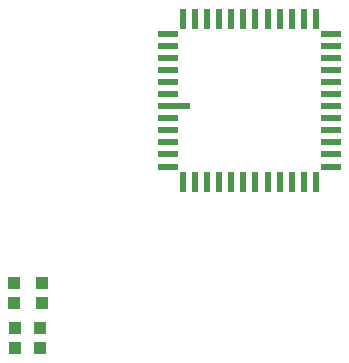
<source format=gbr>
G04 EAGLE Gerber X2 export*
G75*
%MOMM*%
%FSLAX34Y34*%
%LPD*%
%AMOC8*
5,1,8,0,0,1.08239X$1,22.5*%
G01*
%ADD10R,1.745969X0.612000*%
%ADD11R,2.752400X0.612000*%
%ADD12R,1.745969X0.586500*%
%ADD13R,0.586500X1.745969*%
%ADD14R,0.612000X1.745969*%
%ADD15R,1.000000X1.100000*%


D10*
X282982Y420100D03*
D11*
X288006Y430300D03*
D10*
X282982Y409900D03*
X282982Y399700D03*
X282982Y389500D03*
D12*
X282982Y379300D03*
D13*
X295900Y366382D03*
D14*
X306100Y366382D03*
X316300Y366382D03*
X326500Y366382D03*
X336700Y366382D03*
X346900Y366382D03*
X357100Y366382D03*
X367300Y366382D03*
X377500Y366382D03*
X387700Y366382D03*
X397900Y366382D03*
D13*
X408100Y366382D03*
D12*
X421018Y379300D03*
D10*
X421018Y389500D03*
X421018Y399700D03*
X421018Y409900D03*
X421018Y420100D03*
X421018Y430300D03*
X421018Y440500D03*
X421018Y450700D03*
X421018Y460900D03*
X421018Y471100D03*
X421018Y481300D03*
D12*
X421018Y491500D03*
D13*
X408100Y504418D03*
D14*
X397900Y504418D03*
X387700Y504418D03*
X377500Y504418D03*
X367300Y504418D03*
X357100Y504418D03*
X346900Y504418D03*
X336700Y504418D03*
X326500Y504418D03*
X316300Y504418D03*
X306100Y504418D03*
D13*
X295900Y504418D03*
D12*
X282982Y491500D03*
D10*
X282982Y481300D03*
X282982Y471100D03*
X282982Y460900D03*
X282982Y450700D03*
X282982Y440500D03*
D15*
X153822Y242790D03*
X153822Y225790D03*
X175082Y242790D03*
X175082Y225790D03*
X152857Y280915D03*
X152857Y263915D03*
X176530Y280915D03*
X176530Y263915D03*
M02*

</source>
